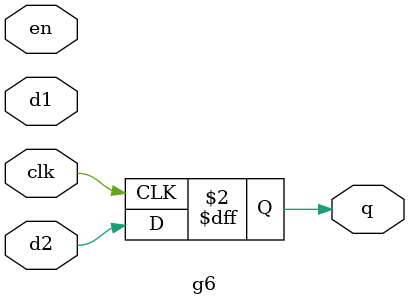
<source format=v>



module f1 (q, d, clk);

  parameter size = 1;

  output [size-1:0] q;
  input [size-1:0]  d;
  input 	    clk;

  reg [size-1:0]    q;

  always @(q or clk or d)
    // this should just all fizzle away into nothing
    begin
      $display("; stmtrewrite should take care of this");
      $display("; and this, too!");
      repeat(3)
	begin
	  $display("; and this tambien!");
	  $display("; this also");
	end
    end

  always @(negedge clk)
    begin
      begin
      end
      if (clk)
	$display("; clock on");
      else
	$display("; clock off");
      begin
      end
      begin
	begin
	  begin
	    q <= d;
	  end
	  $display("; hello");
	end
      end
      begin
      end
    end

endmodule


module f2 (q, d, clk);

  parameter size = 1;

  output [size-1:0] q;
  input [size-1:0]  d;
  input 	    clk;

  reg [size-1:0]    q;

  always @(posedge clk)
    begin
      q <= #2 d;
      q <= #2 d;
      q <= #2 d;
      q <= #2 0;
      q <= #2 1;
      q <= #2 2;
      begin
	q <= #2 6;
	q <= #2 clk;
        $display("; blah");
	q <= #2 d;
      end
    end

endmodule


module f3 (q, d, clk);

  parameter size = 1;

  output [size-1:0] q;
  input [size-1:0]  d;
  input 	    clk;

  reg [size-1:0]    q;

  always @(negedge clk)
    begin
      q <= #3 d;
      begin
	q <= #3 d;
	begin
	  q <= #3 {size {1'b0}};
	end
	q <= #3 {size {1'b1}};
      end
      q <= #3 d;
    end

endmodule


module f4 (q, d1, d2, d3, clk);

  parameter size = 1;

  output [size-1:0] q;
  input [size-1:0]  d1, d2, d3;
  input 	    clk;

  reg [size-1:0]    q;

  always @(negedge clk)
    begin
      q <= d1;
      $display("; q is %b", q);
      q <= d2;
      $display("; q is %b", q);
      q <= d3;
      $display("; q is %b", q);
    end

endmodule


module f5 (q, d1, d2, d3, clk);

  parameter size = 1;

  output [size-1:0] q;
  input [size-1:0]  d1, d2, d3;
  input 	    clk;

  reg [size-1:0]    q;

  always @(negedge clk)
    begin
      q <= #1 d1;
      q <= #1 d2;
      q <= #1 d3;
      q <= #1 d1;
      q <= #1 d2;
      q <= #1 d3;
    end

endmodule


// G modules: flops with various conditional and unconditional always assignments.

module g1 (q, d, en, clk);

  parameter size = 1;

  output [size-1:0] q;
  input [size-1:0]  d;
  input 	    clk, en;

  reg [size-1:0]    q;

  always @(negedge clk)
    begin
      if (en)
	begin
	  q <= #3 d;
	end
    end

endmodule


module g2 (q, d1, d2, en, clk);

  parameter size = 1;

  output [size-1:0] q;
  input [size-1:0]  d1, d2;
  input 	    clk, en;

  reg [size-1:0]    q;

  always @(negedge clk)
    begin
      if (en)
	q <= #2 d1;
      else
	begin
	  q <= #2 d2;
	  $display("; else statement");
	end
    end

endmodule


module g3 (q, d1, d2, en, clk);

  parameter size = 1;

  output [size-1:0] q;
  input [size-1:0]  d1, d2;
  input 	    clk, en;

  reg [size-1:0]    q;

  always @(negedge clk)
    begin
      q <= d1;
      if (en)
	begin
	  if (d1)
	    q <= d2;
          else
	    q <= d1;
	end
    end

endmodule


module g4 (q, d1, d2, en, clk);

  parameter size = 1;

  output [size-1:0] q;
  input [size-1:0]  d1, d2;
  input 	    clk, en;

  reg [size-1:0]    q;

  always @(negedge clk)
    begin
      if (en)
	q <= #3 d1;
      else
	q <= #3 0;
      q <= #3 d2;
    end

endmodule


module g5 (q, d1, d2, en, clk);

  parameter size = 1;

  output [size-1:0] q;
  input [size-1:0]  d1, d2;
  input 	    clk, en;

  reg [size-1:0]    q;

  always @(negedge clk)
    begin
      q <= d1;
      if (en)
	q <= d1;
      else if (0)
	q <= d2;
      else
	q <= en;
    end

endmodule


module g6 (q, d1, d2, en, clk);

  parameter size = 1;

  output [size-1:0] q;
  input [size-1:0]  d1, d2;
  input 	    clk, en;

  reg [size-1:0]    q;

  always @(negedge clk)
    begin
      q <= d1;
      begin
	if (en) q <= d1;
	else q <= d2;
      end
      q <= d2;
    end

endmodule



/*+VL

module make_tests();

  wire  q, d1, d2, d3, en, clk;

  f1 f1spec (q, d1, clk);
  f2 f2spec (q, d1, clk);
  f3 f3spec (q, d1, clk);
  f4 f4spec (q, d1, d2, d3, clk);
  f5 f5spec (q, d1, d2, d3, clk);

  g1 g1spec (q, d1, en, clk);
  g2 g2spec (q, d1, d2, en, clk);
  g3 g3spec (q, d1, d2, en, clk);
  g4 g4spec (q, d1, d2, en, clk);
  g5 g5spec (q, d1, d2, en, clk);
  g6 g6spec (q, d1, d2, en, clk);


 wire [3:0] q4, d4;

  f1 #(4) f1spec4 (q4, d4, clk);
  f2 #(4) f2spec4 (q4, d4, clk);
  f3 #(4) f3spec4 (q4, d4, clk);
  f4 #(4) f4spec4 (q4, d4, d4, d4, clk);
  f5 #(4) f5spec4 (q4, d4, d4, d4, clk);

  g1 #(4) g1spec4 (q4, d4, en, clk);
  g2 #(4) g2spec4 (q4, d4, d4, en, clk);
  g3 #(4) g3spec4 (q4, d4, d4, en, clk);
  g4 #(4) g4spec4 (q4, d4, d4, en, clk);
  g5 #(4) g5spec4 (q4, d4, d4, en, clk);
  g6 #(4) g6spec4 (q4, d4, d4, en, clk);

endmodule

*/

</source>
